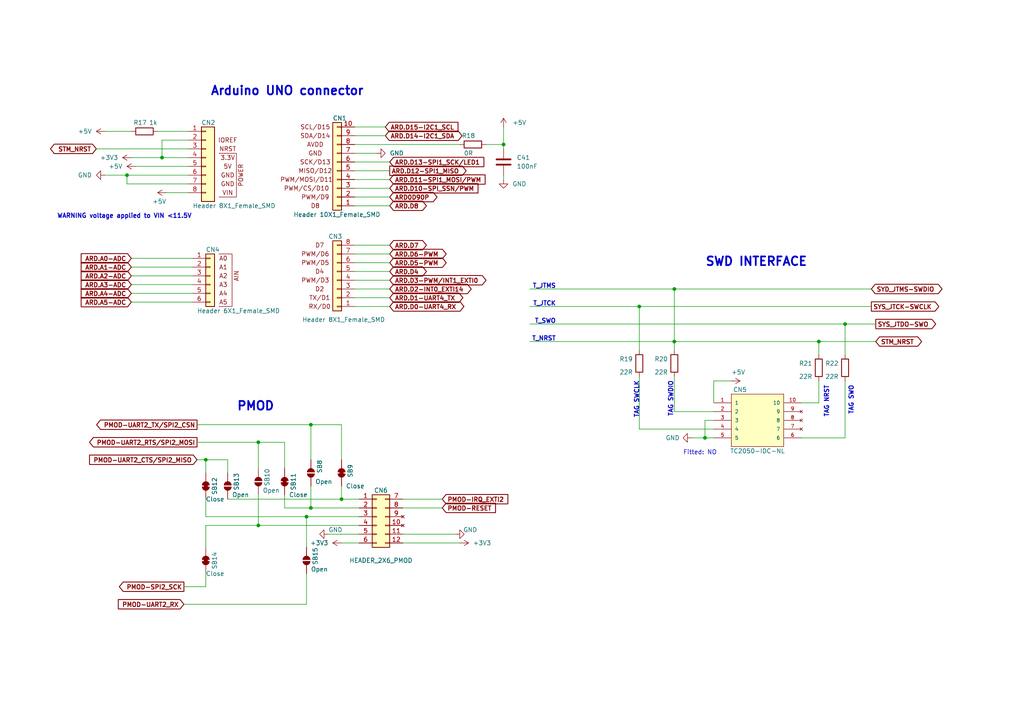
<source format=kicad_sch>
(kicad_sch (version 20211123) (generator eeschema)
  (paper "A4")
  (lib_symbols
    (symbol "+5V_1" (power) (pin_names (offset 0))
      (property "Value" "+5V_1" (at 0 3.556 0))
      (symbol "+5V_1_0_1"
        (polyline (pts (xy -0.762 1.27) (xy 0 2.54)))
        (polyline (pts (xy 0 0) (xy 0 2.54)))
        (polyline (pts (xy 0 2.54) (xy 0.762 1.27)))
      )
      (symbol "+5V_1_1_1"
        (pin power_in line (at 0 0 90) (length 0) hide (name "+5V") (number "1"))
      )
    )
    (symbol "+5V_2" (power) (pin_names (offset 0))
      (property "Value" "+5V_2" (at -3.81 0.0001 90))
      (symbol "+5V_2_0_1"
        (polyline (pts (xy -0.762 1.27) (xy 0 2.54)))
        (polyline (pts (xy 0 0) (xy 0 2.54)))
        (polyline (pts (xy 0 2.54) (xy 0.762 1.27)))
      )
      (symbol "+5V_2_1_1"
        (pin power_in line (at 0 0 90) (length 0) hide (name "+5V") (number "1"))
      )
    )
    (symbol "+5V_3" (power) (pin_names (offset 0))
      (property "Value" "+5V_3" (at 2.54 1.2701 0))
      (symbol "+5V_3_0_1"
        (polyline (pts (xy -0.762 1.27) (xy 0 2.54)))
        (polyline (pts (xy 0 0) (xy 0 2.54)))
        (polyline (pts (xy 0 2.54) (xy 0.762 1.27)))
      )
      (symbol "+5V_3_1_1"
        (pin power_in line (at 0 0 90) (length 0) hide (name "+5V") (number "1"))
      )
    )
    (symbol "+5V_4" (power) (pin_names (offset 0))
      (property "Value" "+5V_4" (at 3.81 0.0001 90))
      (symbol "+5V_4_0_1"
        (polyline (pts (xy -0.762 1.27) (xy 0 2.54)))
        (polyline (pts (xy 0 0) (xy 0 2.54)))
        (polyline (pts (xy 0 2.54) (xy 0.762 1.27)))
      )
      (symbol "+5V_4_1_1"
        (pin power_in line (at 0 0 90) (length 0) hide (name "+5V") (number "1"))
      )
    )
    (symbol "Conn_01x08_1" (pin_names (offset 1.016) hide)
      (property "Reference" "CN4" (at -2.54 10.16 0))
      (property "Value" "Header 8X1_Female_SMD" (at -6.35 -12.7 0))
      (symbol "Conn_01x08_1_0_0"
        (text "D2" (at -5.08 -5.08 0) (effects (font (size 1.27 1.27))))
        (text "D4" (at -5.08 0 0) (effects (font (size 1.27 1.27))))
        (text "D7" (at -5.08 7.62 0) (effects (font (size 1.27 1.27))))
        (text "PWM/D3" (at -6.35 -2.54 0) (effects (font (size 1.27 1.27))))
        (text "PWM/D5" (at -6.35 2.54 0) (effects (font (size 1.27 1.27))))
        (text "PWM/D6" (at -6.35 5.08 0) (effects (font (size 1.27 1.27))))
        (text "RX/D0" (at -5.08 -10.16 0) (effects (font (size 1.27 1.27))))
        (text "TX/D1" (at -5.08 -7.62 0) (effects (font (size 1.27 1.27))))
      )
      (symbol "Conn_01x08_1_1_1"
        (rectangle (start -1.27 8.89) (end 1.27 -11.43) (stroke (width 0.254)) (fill (type background)))
        (rectangle (start 0 -10.287) (end 1.27 -10.033) (stroke (width 0.1524)))
        (rectangle (start 0 -7.747) (end 1.27 -7.493) (stroke (width 0.1524)))
        (rectangle (start 0 -5.207) (end 1.27 -4.953) (stroke (width 0.1524)))
        (rectangle (start 0 -2.667) (end 1.27 -2.413) (stroke (width 0.1524)))
        (rectangle (start 0 -0.127) (end 1.27 0.127) (stroke (width 0.1524)))
        (rectangle (start 0 2.413) (end 1.27 2.667) (stroke (width 0.1524)))
        (rectangle (start 0 4.953) (end 1.27 5.207) (stroke (width 0.1524)))
        (rectangle (start 0 7.493) (end 1.27 7.747) (stroke (width 0.1524)))
        (pin output line (at 5.08 -10.16 180) (length 3.81) (name "Pin_1") (number "1"))
        (pin input line (at 5.08 -7.62 180) (length 3.81) (name "Pin_2") (number "2"))
        (pin bidirectional line (at 5.08 -5.08 180) (length 3.81) (name "Pin_3") (number "3"))
        (pin bidirectional line (at 5.08 -2.54 180) (length 3.81) (name "Pin_4") (number "4"))
        (pin bidirectional line (at 5.08 0 180) (length 3.81) (name "Pin_5") (number "5"))
        (pin bidirectional line (at 5.08 2.54 180) (length 3.81) (name "Pin_6") (number "6"))
        (pin bidirectional line (at 5.08 5.08 180) (length 3.81) (name "Pin_7") (number "7"))
        (pin bidirectional line (at 5.08 7.62 180) (length 3.81) (name "Pin_8") (number "8"))
      )
    )
    (symbol "Connector_Generic:Conn_01x06" (pin_names (offset 1.016) hide)
      (property "Reference" "CN4" (at -1.27 7.62 0))
      (property "Value" "Header 6X1_Female_SMD" (at -3.81 -10.16 0))
      (symbol "Conn_01x06_0_0"
        (polyline (pts (xy 2.54 6.35) (xy 6.35 6.35) (xy 6.35 -8.89) (xy 2.54 -8.89)))
        (text "A0" (at 3.81 5.08 0) (effects (font (size 1.27 1.27))))
        (text "A1" (at 3.81 2.54 0) (effects (font (size 1.27 1.27))))
        (text "A2" (at 3.81 0 0) (effects (font (size 1.27 1.27))))
        (text "A3" (at 3.81 -2.54 0) (effects (font (size 1.27 1.27))))
        (text "A4" (at 3.81 -5.08 0) (effects (font (size 1.27 1.27))))
        (text "A5" (at 3.81 -7.62 0) (effects (font (size 1.27 1.27))))
        (text "AIN" (at 7.62 0 900) (effects (font (size 1.27 1.27))))
      )
      (symbol "Conn_01x06_1_1"
        (rectangle (start -1.27 -7.493) (end 0 -7.747) (stroke (width 0.1524)))
        (rectangle (start -1.27 -4.953) (end 0 -5.207) (stroke (width 0.1524)))
        (rectangle (start -1.27 -2.413) (end 0 -2.667) (stroke (width 0.1524)))
        (rectangle (start -1.27 0.127) (end 0 -0.127) (stroke (width 0.1524)))
        (rectangle (start -1.27 2.667) (end 0 2.413) (stroke (width 0.1524)))
        (rectangle (start -1.27 5.207) (end 0 4.953) (stroke (width 0.1524)))
        (rectangle (start -1.27 6.35) (end 1.27 -8.89) (stroke (width 0.254)) (fill (type background)))
        (pin input line (at -5.08 5.08 0) (length 3.81) (name "Pin_1") (number "1"))
        (pin input line (at -5.08 2.54 0) (length 3.81) (name "Pin_2") (number "2"))
        (pin input line (at -5.08 0 0) (length 3.81) (name "Pin_3") (number "3"))
        (pin input line (at -5.08 -2.54 0) (length 3.81) (name "Pin_4") (number "4"))
        (pin input line (at -5.08 -5.08 0) (length 3.81) (name "Pin_5") (number "5"))
        (pin input line (at -5.08 -7.62 0) (length 3.81) (name "Pin_6") (number "6"))
      )
    )
    (symbol "Connector_Generic:Conn_01x08" (pin_names (offset 1.016) hide)
      (property "Reference" "CN1" (at -1.27 10.16 0))
      (property "Value" "Header 8X1_Female_SMD" (at -3.81 -13.97 0))
      (symbol "Conn_01x08_0_0"
        (polyline (pts (xy 3.81 1.27) (xy 8.89 1.27) (xy 8.89 -11.43) (xy 3.81 -11.43)))
        (text "3.3V" (at 6.35 0 0) (effects (font (size 1.27 1.27))))
        (text "5V" (at 6.35 -2.54 0) (effects (font (size 1.27 1.27))))
        (text "GND" (at 6.35 -7.62 0) (effects (font (size 1.27 1.27))))
        (text "GND" (at 6.35 -5.08 0) (effects (font (size 1.27 1.27))))
        (text "IOREF" (at 6.35 5.08 0) (effects (font (size 1.27 1.27))))
        (text "NRST" (at 6.35 2.54 0) (effects (font (size 1.27 1.27))))
        (text "POWER" (at 10.16 -5.08 900) (effects (font (size 1.27 1.27))))
        (text "VIN" (at 6.35 -10.16 0) (effects (font (size 1.27 1.27))))
      )
      (symbol "Conn_01x08_1_1"
        (rectangle (start -1.27 -10.033) (end 0 -10.287) (stroke (width 0.1524)))
        (rectangle (start -1.27 -7.493) (end 0 -7.747) (stroke (width 0.1524)))
        (rectangle (start -1.27 -4.953) (end 0 -5.207) (stroke (width 0.1524)))
        (rectangle (start -1.27 -2.413) (end 0 -2.667) (stroke (width 0.1524)))
        (rectangle (start -1.27 0.127) (end 0 -0.127) (stroke (width 0.1524)))
        (rectangle (start -1.27 2.667) (end 0 2.413) (stroke (width 0.1524)))
        (rectangle (start -1.27 5.207) (end 0 4.953) (stroke (width 0.1524)))
        (rectangle (start -1.27 7.747) (end 0 7.493) (stroke (width 0.1524)))
        (rectangle (start -1.27 8.89) (end 2.54 -12.7) (stroke (width 0.254)) (fill (type background)))
        (pin input line (at -5.08 7.62 0) (length 3.81) (name "Pin_1") (number "1"))
        (pin input line (at -5.08 5.08 0) (length 3.81) (name "IOREF") (number "2"))
        (pin bidirectional line (at -5.08 2.54 0) (length 3.81) (name "NRST") (number "3"))
        (pin input line (at -5.08 0 0) (length 3.81) (name "3V3") (number "4"))
        (pin input line (at -5.08 -2.54 0) (length 3.81) (name "Pin_5") (number "5"))
        (pin input line (at -5.08 -5.08 0) (length 3.81) (name "Pin_6") (number "6"))
        (pin input line (at -5.08 -7.62 0) (length 3.81) (name "GND") (number "7"))
        (pin input line (at -5.08 -10.16 0) (length 3.81) (name "VIN") (number "8"))
      )
    )
    (symbol "Connector_Generic:Conn_01x10" (pin_names (offset 1.016) hide)
      (property "Reference" "CN1" (at -1.27 12.7 0))
      (property "Value" "Header 10X1_Female_SMD" (at -3.81 -15.24 0))
      (symbol "Conn_01x10_0_0"
        (text "AVDD" (at -6.35 5.08 0) (effects (font (size 1.27 1.27))))
        (text "D8" (at -6.35 -12.7 0) (effects (font (size 1.27 1.27))))
        (text "GND" (at -6.35 2.54 0) (effects (font (size 1.27 1.27))))
        (text "MISO/D12" (at -6.35 -2.54 0) (effects (font (size 1.27 1.27))))
        (text "PWM/CS/D10" (at -8.89 -7.62 0) (effects (font (size 1.27 1.27))))
        (text "PWM/D9" (at -6.35 -10.16 0) (effects (font (size 1.27 1.27))))
        (text "PWM/MOSI/D11" (at -8.89 -5.08 0) (effects (font (size 1.27 1.27))))
        (text "SCK/D13" (at -6.35 0 0) (effects (font (size 1.27 1.27))))
        (text "SCL/D15" (at -6.35 10.16 0) (effects (font (size 1.27 1.27))))
        (text "SDA/D14" (at -6.35 7.62 0) (effects (font (size 1.27 1.27))))
      )
      (symbol "Conn_01x10_1_1"
        (rectangle (start -1.27 11.43) (end 1.27 -13.97) (stroke (width 0.254)) (fill (type background)))
        (rectangle (start 0 -12.827) (end 1.27 -12.573) (stroke (width 0.1524)))
        (rectangle (start 0 -10.287) (end 1.27 -10.033) (stroke (width 0.1524)))
        (rectangle (start 0 -7.747) (end 1.27 -7.493) (stroke (width 0.1524)))
        (rectangle (start 0 -5.207) (end 1.27 -4.953) (stroke (width 0.1524)))
        (rectangle (start 0 -2.667) (end 1.27 -2.413) (stroke (width 0.1524)))
        (rectangle (start 0 -0.127) (end 1.27 0.127) (stroke (width 0.1524)))
        (rectangle (start 0 2.413) (end 1.27 2.667) (stroke (width 0.1524)))
        (rectangle (start 0 4.953) (end 1.27 5.207) (stroke (width 0.1524)))
        (rectangle (start 0 7.493) (end 1.27 7.747) (stroke (width 0.1524)))
        (rectangle (start 0 10.033) (end 1.27 10.287) (stroke (width 0.1524)))
        (pin bidirectional line (at 5.08 -12.7 180) (length 3.81) (name "Pin_1") (number "1"))
        (pin input line (at 5.08 10.16 180) (length 3.81) (name "Pin_10") (number "10"))
        (pin bidirectional line (at 5.08 -10.16 180) (length 3.81) (name "Pin_2") (number "2"))
        (pin input line (at 5.08 -7.62 180) (length 3.81) (name "Pin_3") (number "3"))
        (pin input line (at 5.08 -5.08 180) (length 3.81) (name "Pin_4") (number "4"))
        (pin output line (at 5.08 -2.54 180) (length 3.81) (name "Pin_5") (number "5"))
        (pin input line (at 5.08 0 180) (length 3.81) (name "Pin_6") (number "6"))
        (pin input line (at 5.08 2.54 180) (length 3.81) (name "Pin_7") (number "7"))
        (pin input line (at 5.08 5.08 180) (length 3.81) (name "Pin_8") (number "8"))
        (pin bidirectional line (at 5.08 7.62 180) (length 3.81) (name "Pin_9") (number "9"))
      )
    )
    (symbol "Connector_Generic:Conn_02x06_Top_Bottom" (pin_names (offset 1.016) hide)
      (property "Reference" "CN10" (at 1.27 7.62 0))
      (property "Value" "HEADER_2X6_PMOD" (at 1.27 -12.7 0))
      (symbol "Conn_02x06_Top_Bottom_1_1"
        (rectangle (start -1.27 -7.493) (end 0 -7.747) (stroke (width 0.1524)))
        (rectangle (start -1.27 -4.953) (end 0 -5.207) (stroke (width 0.1524)))
        (rectangle (start -1.27 -2.413) (end 0 -2.667) (stroke (width 0.1524)))
        (rectangle (start -1.27 0.127) (end 0 -0.127) (stroke (width 0.1524)))
        (rectangle (start -1.27 2.667) (end 0 2.413) (stroke (width 0.1524)))
        (rectangle (start -1.27 5.207) (end 0 4.953) (stroke (width 0.1524)))
        (rectangle (start -1.27 6.35) (end 3.81 -8.89) (stroke (width 0.254)) (fill (type background)))
        (rectangle (start 3.81 -7.493) (end 2.54 -7.747) (stroke (width 0.1524)))
        (rectangle (start 3.81 -4.953) (end 2.54 -5.207) (stroke (width 0.1524)))
        (rectangle (start 3.81 -2.413) (end 2.54 -2.667) (stroke (width 0.1524)))
        (rectangle (start 3.81 0.127) (end 2.54 -0.127) (stroke (width 0.1524)))
        (rectangle (start 3.81 2.667) (end 2.54 2.413) (stroke (width 0.1524)))
        (rectangle (start 3.81 5.207) (end 2.54 4.953) (stroke (width 0.1524)))
        (pin passive line (at -5.08 5.08 0) (length 3.81) (name "Pin_1") (number "1"))
        (pin no_connect line (at 7.62 -2.54 180) (length 3.81) (name "Pin_10") (number "10"))
        (pin passive line (at 7.62 -5.08 180) (length 3.81) (name "Pin_11") (number "11"))
        (pin passive line (at 7.62 -7.62 180) (length 3.81) (name "Pin_12") (number "12"))
        (pin passive line (at -5.08 2.54 0) (length 3.81) (name "Pin_2") (number "2"))
        (pin passive line (at -5.08 0 0) (length 3.81) (name "Pin_3") (number "3"))
        (pin passive line (at -5.08 -2.54 0) (length 3.81) (name "Pin_4") (number "4"))
        (pin passive line (at -5.08 -5.08 0) (length 3.81) (name "Pin_5") (number "5"))
        (pin passive line (at -5.08 -7.62 0) (length 3.81) (name "Pin_6") (number "6"))
        (pin passive line (at 7.62 5.08 180) (length 3.81) (name "Pin_7") (number "7"))
        (pin passive line (at 7.62 2.54 180) (length 3.81) (name "Pin_8") (number "8"))
        (pin no_connect line (at 7.62 0 180) (length 3.81) (name "Pin_9") (number "9"))
      )
    )
    (symbol "Device:C" (pin_numbers hide) (pin_names (offset 0.254))
      (property "Reference" "C" (at 0.635 2.54 0))
      (property "Value" "C" (at 0.635 -2.54 0))
      (symbol "C_0_1"
        (polyline (pts (xy -2.032 -0.762) (xy 2.032 -0.762)) (stroke (width 0.508)))
        (polyline (pts (xy -2.032 0.762) (xy 2.032 0.762)) (stroke (width 0.508)))
      )
      (symbol "C_1_1"
        (pin passive line (at 0 3.81 270) (length 2.794) (name "~") (number "1"))
        (pin passive line (at 0 -3.81 90) (length 2.794) (name "~") (number "2"))
      )
    )
    (symbol "Device:R" (pin_numbers hide) (pin_names (offset 0))
      (property "Reference" "R" (at 2.032 0 90))
      (property "Value" "R" (at 0 0 90))
      (symbol "R_0_1"
        (rectangle (start -1.016 -2.54) (end 1.016 2.54) (stroke (width 0.254)))
      )
      (symbol "R_1_1"
        (pin passive line (at 0 3.81 270) (length 1.27) (name "~") (number "1"))
        (pin passive line (at 0 -3.81 90) (length 1.27) (name "~") (number "2"))
      )
    )
    (symbol "Jumper:SolderJumper_2_Bridged" (pin_names (offset 0) hide)
      (property "Reference" "SB18" (at 2.54 2.54 0))
      (property "Value" "Close" (at 0 -3.81 90))
      (symbol "SolderJumper_2_Bridged_0_1"
        (rectangle (start -0.508 0.508) (end 0.508 -0.508) (fill (type outline)))
        (arc (start -0.254 1.016) (mid -1.27 0) (end -0.254 -1.016))
        (arc (start -0.254 1.016) (mid -1.27 0) (end -0.254 -1.016) (fill (type outline)))
        (polyline (pts (xy -0.254 1.016) (xy -0.254 -1.016)))
        (polyline (pts (xy 0.254 1.016) (xy 0.254 -1.016)))
        (arc (start 0.254 -1.016) (mid 1.27 0) (end 0.254 1.016))
        (arc (start 0.254 -1.016) (mid 1.27 0) (end 0.254 1.016) (fill (type outline)))
      )
      (symbol "SolderJumper_2_Bridged_1_1"
        (pin passive line (at -3.81 0 0) (length 2.54) (name "A") (number ""))
        (pin passive line (at 3.81 0 180) (length 2.54) (name "B") (number ""))
      )
    )
    (symbol "SolderJumper_2_Open_1" (pin_names (offset 0) hide)
      (property "Reference" "SB19" (at 2.54 3.81 0))
      (property "Value" "SolderJumper_2_Open_1" (at 2.54 -2.54 90))
      (symbol "SolderJumper_2_Open_1_0_1"
        (arc (start -0.254 1.016) (mid -1.27 0) (end -0.254 -1.016))
        (arc (start -0.254 1.016) (mid -1.27 0) (end -0.254 -1.016) (fill (type outline)))
        (polyline (pts (xy -0.254 1.016) (xy -0.254 -1.016)))
        (polyline (pts (xy 0.254 1.016) (xy 0.254 -1.016)))
        (arc (start 0.254 -1.016) (mid 1.27 0) (end 0.254 1.016))
        (arc (start 0.254 -1.016) (mid 1.27 0) (end 0.254 1.016) (fill (type outline)))
      )
      (symbol "SolderJumper_2_Open_1_1_1"
        (pin passive line (at -3.81 0 0) (length 2.54) (name "A") (number ""))
        (pin passive line (at 3.81 0 180) (length 2.54) (name "B") (number ""))
      )
    )
    (symbol "SolderJumper_2_Open_2" (pin_names (offset 0) hide)
      (property "Reference" "SB16" (at 3.81 2.54 0))
      (property "Value" "SolderJumper_2_Open_2" (at 2.54 -3.81 90))
      (symbol "SolderJumper_2_Open_2_0_1"
        (arc (start -0.254 1.016) (mid -1.27 0) (end -0.254 -1.016))
        (arc (start -0.254 1.016) (mid -1.27 0) (end -0.254 -1.016) (fill (type outline)))
        (polyline (pts (xy -0.254 1.016) (xy -0.254 -1.016)))
        (polyline (pts (xy 0.254 1.016) (xy 0.254 -1.016)))
        (arc (start 0.254 -1.016) (mid 1.27 0) (end 0.254 1.016))
        (arc (start 0.254 -1.016) (mid 1.27 0) (end 0.254 1.016) (fill (type outline)))
      )
      (symbol "SolderJumper_2_Open_2_1_1"
        (pin passive line (at -3.81 0 0) (length 2.54) (name "A") (number ""))
        (pin passive line (at 3.81 0 180) (length 2.54) (name "B") (number ""))
      )
    )
    (symbol "TC2050-IDC-NL:TC2050-IDC-NL" (pin_names (offset 1.016))
      (property "Reference" "CN5" (at -5.08 8.89 0))
      (property "Value" "TC2050-IDC-NL" (at 0 -8.89 0))
      (symbol "TC2050-IDC-NL_0_0"
        (rectangle (start -7.62 -7.62) (end 7.62 7.62) (stroke (width 0.1524)) (fill (type background)))
        (pin passive line (at -12.7 5.08 0) (length 5.08) (name "1") (number "1"))
        (pin passive line (at 12.7 5.08 180) (length 5.08) (name "10") (number "10"))
        (pin passive line (at -12.7 2.54 0) (length 5.08) (name "2") (number "2"))
        (pin passive line (at -12.7 0 0) (length 5.08) (name "3") (number "3"))
        (pin passive line (at -12.7 -2.54 0) (length 5.08) (name "4") (number "4"))
        (pin passive line (at -12.7 -5.08 0) (length 5.08) (name "5") (number "5"))
        (pin input line (at 12.7 -5.08 180) (length 5.08) (name "6") (number "6"))
        (pin no_connect line (at 12.7 -2.54 180) (length 5.08) (name "7") (number "7"))
        (pin no_connect line (at 12.7 0 180) (length 5.08) (name "8") (number "8"))
        (pin no_connect line (at 12.7 2.54 180) (length 5.08) (name "9") (number "9"))
      )
    )
    (symbol "power:+3V3" (power) (pin_names (offset 0))
      (property "Value" "+3V3" (at 0 3.556 0))
      (symbol "+3V3_0_1"
        (polyline (pts (xy -0.762 1.27) (xy 0 2.54)))
        (polyline (pts (xy 0 0) (xy 0 2.54)))
        (polyline (pts (xy 0 2.54) (xy 0.762 1.27)))
      )
      (symbol "+3V3_1_1"
        (pin power_in line (at 0 0 90) (length 0) hide (name "+3V3") (number "1"))
      )
    )
    (symbol "power:+5V" (power) (pin_names (offset 0))
      (property "Value" "5V_ARD" (at -3.81 0.0001 90))
      (symbol "+5V_0_1"
        (polyline (pts (xy -0.762 1.27) (xy 0 2.54)))
        (polyline (pts (xy 0 0) (xy 0 2.54)))
        (polyline (pts (xy 0 2.54) (xy 0.762 1.27)))
      )
      (symbol "+5V_1_1"
        (pin power_in line (at 0 0 90) (length 0) hide (name "+5V") (number "1"))
      )
    )
    (symbol "power:GND" (power) (pin_names (offset 0))
      (property "Value" "GND" (at 0 -3.81 0))
      (symbol "GND_0_1"
        (polyline (pts (xy 0 0) (xy 0 -1.27) (xy 1.27 -1.27) (xy 0 -2.54) (xy -1.27 -1.27) (xy 0 -1.27)))
      )
      (symbol "GND_1_1"
        (pin power_in line (at 0 0 270) (length 0) hide (name "GND") (number "1"))
      )
    )
  )
  (junction (at 74.93 128.27))
  (junction (at 99.06 144.78))
  (junction (at 195.58 99.06))
  (junction (at 204.47 127))
  (junction (at 245.11 93.98))
  (junction (at 74.93 152.4))
  (junction (at 90.17 123.19))
  (junction (at 88.9 149.86))
  (junction (at 36.83 50.8))
  (junction (at 185.42 88.9))
  (junction (at 59.69 133.35))
  (junction (at 46.99 45.72))
  (junction (at 146.05 41.91))
  (junction (at 195.58 83.82))
  (junction (at 90.17 147.32))
  (junction (at 237.49 99.06))
  (wire (pts (xy 66.04 133.35) (xy 66.04 137.16)))
  (wire (pts (xy 195.58 119.38) (xy 207.01 119.38)))
  (wire (pts (xy 90.17 147.32) (xy 104.14 147.32)))
  (wire (pts (xy 237.49 99.06) (xy 237.49 102.87)))
  (wire (pts (xy 54.61 43.18) (xy 27.94 43.18)))
  (wire (pts (xy 102.87 41.91) (xy 133.35 41.91)))
  (wire (pts (xy 88.9 149.86) (xy 104.14 149.86)))
  (wire (pts (xy 99.06 133.35) (xy 99.06 123.19)))
  (wire (pts (xy 195.58 101.6) (xy 195.58 99.06)))
  (wire (pts (xy 153.67 83.82) (xy 195.58 83.82)))
  (wire (pts (xy 204.47 121.92) (xy 204.47 127)))
  (wire (pts (xy 102.87 39.37) (xy 111.76 39.37)))
  (wire (pts (xy 66.04 144.78) (xy 99.06 144.78)))
  (wire (pts (xy 102.87 86.36) (xy 113.03 86.36)))
  (wire (pts (xy 38.1 45.72) (xy 46.99 45.72)))
  (wire (pts (xy 195.58 109.22) (xy 195.58 119.38)))
  (wire (pts (xy 207.01 110.49) (xy 212.09 110.49)))
  (wire (pts (xy 200.66 127) (xy 204.47 127)))
  (wire (pts (xy 88.9 166.37) (xy 88.9 175.26)))
  (wire (pts (xy 59.69 133.35) (xy 66.04 133.35)))
  (wire (pts (xy 30.48 38.1) (xy 38.1 38.1)))
  (wire (pts (xy 195.58 83.82) (xy 195.58 99.06)))
  (wire (pts (xy 82.55 143.51) (xy 82.55 147.32)))
  (wire (pts (xy 153.67 88.9) (xy 185.42 88.9)))
  (wire (pts (xy 30.48 50.8) (xy 36.83 50.8)))
  (wire (pts (xy 36.83 50.8) (xy 54.61 50.8)))
  (wire (pts (xy 90.17 140.97) (xy 90.17 147.32)))
  (wire (pts (xy 38.1 77.47) (xy 55.88 77.47)))
  (wire (pts (xy 45.72 38.1) (xy 54.61 38.1)))
  (wire (pts (xy 146.05 41.91) (xy 146.05 43.18)))
  (wire (pts (xy 95.25 154.94) (xy 104.14 154.94)))
  (wire (pts (xy 153.67 93.98) (xy 245.11 93.98)))
  (wire (pts (xy 59.69 149.86) (xy 88.9 149.86)))
  (wire (pts (xy 57.15 133.35) (xy 59.69 133.35)))
  (wire (pts (xy 38.1 82.55) (xy 55.88 82.55)))
  (wire (pts (xy 102.87 76.2) (xy 113.03 76.2)))
  (wire (pts (xy 102.87 78.74) (xy 113.03 78.74)))
  (wire (pts (xy 116.84 154.94) (xy 132.08 154.94)))
  (wire (pts (xy 207.01 116.84) (xy 207.01 110.49)))
  (wire (pts (xy 48.26 55.88) (xy 54.61 55.88)))
  (wire (pts (xy 232.41 127) (xy 245.11 127)))
  (wire (pts (xy 102.87 81.28) (xy 113.03 81.28)))
  (wire (pts (xy 116.84 157.48) (xy 133.35 157.48)))
  (wire (pts (xy 57.15 128.27) (xy 74.93 128.27)))
  (wire (pts (xy 102.87 46.99) (xy 113.03 46.99)))
  (wire (pts (xy 90.17 123.19) (xy 99.06 123.19)))
  (wire (pts (xy 82.55 135.89) (xy 82.55 128.27)))
  (wire (pts (xy 102.87 44.45) (xy 109.22 44.45)))
  (wire (pts (xy 38.1 85.09) (xy 55.88 85.09)))
  (wire (pts (xy 38.1 74.93) (xy 55.88 74.93)))
  (wire (pts (xy 245.11 93.98) (xy 245.11 102.87)))
  (wire (pts (xy 74.93 152.4) (xy 104.14 152.4)))
  (wire (pts (xy 146.05 52.07) (xy 146.05 50.8)))
  (wire (pts (xy 245.11 110.49) (xy 245.11 127)))
  (wire (pts (xy 153.67 99.06) (xy 195.58 99.06)))
  (wire (pts (xy 102.87 73.66) (xy 113.03 73.66)))
  (wire (pts (xy 185.42 124.46) (xy 207.01 124.46)))
  (wire (pts (xy 46.99 45.72) (xy 54.61 45.72)))
  (wire (pts (xy 140.97 41.91) (xy 146.05 41.91)))
  (wire (pts (xy 39.37 48.26) (xy 54.61 48.26)))
  (wire (pts (xy 204.47 127) (xy 207.01 127)))
  (wire (pts (xy 116.84 144.78) (xy 128.27 144.78)))
  (wire (pts (xy 102.87 88.9) (xy 113.03 88.9)))
  (wire (pts (xy 59.69 144.78) (xy 59.69 149.86)))
  (wire (pts (xy 54.61 40.64) (xy 46.99 40.64)))
  (wire (pts (xy 99.06 157.48) (xy 104.14 157.48)))
  (wire (pts (xy 59.69 152.4) (xy 74.93 152.4)))
  (wire (pts (xy 237.49 110.49) (xy 237.49 116.84)))
  (wire (pts (xy 53.34 175.26) (xy 88.9 175.26)))
  (wire (pts (xy 102.87 83.82) (xy 113.03 83.82)))
  (wire (pts (xy 99.06 144.78) (xy 104.14 144.78)))
  (wire (pts (xy 195.58 83.82) (xy 252.73 83.82)))
  (wire (pts (xy 185.42 88.9) (xy 252.73 88.9)))
  (wire (pts (xy 54.61 53.34) (xy 36.83 53.34)))
  (wire (pts (xy 46.99 40.64) (xy 46.99 45.72)))
  (wire (pts (xy 102.87 36.83) (xy 111.76 36.83)))
  (wire (pts (xy 185.42 101.6) (xy 185.42 88.9)))
  (wire (pts (xy 36.83 50.8) (xy 36.83 53.34)))
  (wire (pts (xy 82.55 147.32) (xy 90.17 147.32)))
  (wire (pts (xy 102.87 71.12) (xy 113.03 71.12)))
  (wire (pts (xy 245.11 93.98) (xy 254 93.98)))
  (wire (pts (xy 88.9 149.86) (xy 88.9 158.75)))
  (wire (pts (xy 237.49 99.06) (xy 254 99.06)))
  (wire (pts (xy 38.1 87.63) (xy 55.88 87.63)))
  (wire (pts (xy 102.87 54.61) (xy 113.03 54.61)))
  (wire (pts (xy 102.87 57.15) (xy 113.03 57.15)))
  (wire (pts (xy 74.93 128.27) (xy 82.55 128.27)))
  (wire (pts (xy 59.69 158.75) (xy 59.69 152.4)))
  (wire (pts (xy 90.17 123.19) (xy 90.17 133.35)))
  (wire (pts (xy 102.87 52.07) (xy 113.03 52.07)))
  (wire (pts (xy 74.93 143.51) (xy 74.93 152.4)))
  (wire (pts (xy 207.01 121.92) (xy 204.47 121.92)))
  (wire (pts (xy 146.05 36.83) (xy 146.05 41.91)))
  (wire (pts (xy 59.69 166.37) (xy 59.69 170.18)))
  (wire (pts (xy 185.42 109.22) (xy 185.42 124.46)))
  (wire (pts (xy 38.1 80.01) (xy 55.88 80.01)))
  (wire (pts (xy 102.87 49.53) (xy 113.03 49.53)))
  (wire (pts (xy 57.15 123.19) (xy 90.17 123.19)))
  (wire (pts (xy 232.41 116.84) (xy 237.49 116.84)))
  (wire (pts (xy 99.06 140.97) (xy 99.06 144.78)))
  (wire (pts (xy 195.58 99.06) (xy 237.49 99.06)))
  (wire (pts (xy 102.87 59.69) (xy 113.03 59.69)))
  (wire (pts (xy 53.34 170.18) (xy 59.69 170.18)))
  (wire (pts (xy 74.93 128.27) (xy 74.93 135.89)))
  (wire (pts (xy 116.84 147.32) (xy 128.27 147.32)))
  (wire (pts (xy 59.69 133.35) (xy 59.69 137.16)))
  (text "WARNING voltage applied to VIN <11.5V" (at 16.51 63.5 0) (effects (font (size 1.27 1.27) bold) (justify left bottom)))
  (text "T_JTCK" (at 161.29 88.9 180) (effects (font (size 1.27 1.27) (thickness 0.254) bold) (justify right bottom)))
  (text "Arduino UNO connector" (at 60.96 27.94 0) (effects (font (size 2.5 2.5) (thickness 0.5) bold) (justify left bottom)))
  (text "TAG SWDIO\n\n\n" (at 199.39 110.49 270) (effects (font (size 1.27 1.27) (thickness 0.254) bold) (justify right bottom)))
  (text "T_JTMS\n" (at 161.29 83.82 180) (effects (font (size 1.27 1.27) (thickness 0.254) bold) (justify right bottom)))
  (text "TAG SWO\n" (at 247.65 111.76 270) (effects (font (size 1.27 1.27) (thickness 0.254) bold) (justify right bottom)))
  (text "TAG NRST\n\n" (at 242.57 111.76 270) (effects (font (size 1.27 1.27) (thickness 0.254) bold) (justify right bottom)))
  (text "PMOD\n" (at 68.58 119.38 0) (effects (font (size 2.5 2.5) (thickness 0.5) bold) (justify left bottom)))
  (text "SWD INTERFACE" (at 204.47 77.47 0) (effects (font (size 2.5 2.5) (thickness 0.5) bold) (justify left bottom)))
  (text "Fitted: NO" (at 198.12 132.08 0) (effects (font (size 1.27 1.27)) (justify left bottom)))
  (text "T_NRST\n" (at 161.29 99.06 180) (effects (font (size 1.27 1.27) (thickness 0.254) bold) (justify right bottom)))
  (text "T_SWO\n" (at 161.29 93.98 180) (effects (font (size 1.27 1.27) (thickness 0.254) bold) (justify right bottom)))
  (text "TAG SWCLK\n" (at 185.42 110.49 270) (effects (font (size 1.27 1.27) (thickness 0.254) bold) (justify right bottom)))
  (global_label "PMOD-UART2_CTS{slash}SPI2_MISO" (shape input) (at 57.15 133.35 180) (effects (font (thickness 0.254) bold)) (property "Intersheet References" "${INTERSHEET_REFS}" (effects hide)))
  (global_label "PMOD-UART2_RTS{slash}SPI2_MOSI" (shape output) (at 57.15 128.27 180) (effects (font (thickness 0.254) bold)) (property "Intersheet References" "${INTERSHEET_REFS}" (effects hide)))
  (global_label "PMOD-IRQ_EXTI2" (shape input) (at 128.27 144.78 0) (effects (font (thickness 0.254) bold)) (property "Intersheet References" "${INTERSHEET_REFS}" (effects hide)))
  (global_label "ARD.A5-ADC" (shape input) (at 38.1 87.63 180) (effects (font (thickness 0.254) bold)) (property "Intersheet References" "${INTERSHEET_REFS}" (effects hide)))
  (global_label "ARD.A4-ADC" (shape input) (at 38.1 85.09 180) (effects (font (thickness 0.254) bold)) (property "Intersheet References" "${INTERSHEET_REFS}" (effects hide)))
  (global_label "PMOD-RESET" (shape input) (at 128.27 147.32 0) (effects (font (thickness 0.254) bold)) (property "Intersheet References" "${INTERSHEET_REFS}" (effects hide)))
  (global_label "ARD.D11-SPI1_MOSI{slash}PWM" (shape input) (at 113.03 52.07 0) (effects (font (thickness 0.254) bold)) (property "Intersheet References" "${INTERSHEET_REFS}" (effects hide)))
  (global_label "PMOD-UART2_RX" (shape input) (at 53.34 175.26 180) (effects (font (thickness 0.254) bold)) (property "Intersheet References" "${INTERSHEET_REFS}" (effects hide)))
  (global_label "ARD.D13-SPI1_SCK{slash}LED1" (shape input) (at 113.03 46.99 0) (effects (font (thickness 0.254) bold)) (property "Intersheet References" "${INTERSHEET_REFS}" (effects hide)))
  (global_label "ARD.D5-PWM" (shape bidirectional) (at 113.03 76.2 0) (effects (font (thickness 0.254) bold)) (property "Intersheet References" "${INTERSHEET_REFS}" (effects hide)))
  (global_label "PMOD-SPI2_SCK" (shape output) (at 53.34 170.18 180) (effects (font (thickness 0.254) bold)) (property "Intersheet References" "${INTERSHEET_REFS}" (effects hide)))
  (global_label "ARD.A1-ADC" (shape input) (at 38.1 77.47 180) (effects (font (thickness 0.254) bold)) (property "Intersheet References" "${INTERSHEET_REFS}" (effects hide)))
  (global_label "ARD.A0-ADC" (shape input) (at 38.1 74.93 180) (effects (font (thickness 0.254) bold)) (property "Intersheet References" "${INTERSHEET_REFS}" (effects hide)))
  (global_label "ARD.D4" (shape bidirectional) (at 113.03 78.74 0) (effects (font (thickness 0.254) bold)) (property "Intersheet References" "${INTERSHEET_REFS}" (effects hide)))
  (global_label "SYS_JTCK-SWCLK" (shape output) (at 252.73 88.9 0) (effects (font (thickness 0.254) bold)) (property "Intersheet References" "${INTERSHEET_REFS}" (effects hide)))
  (global_label "ARD.A3-ADC" (shape input) (at 38.1 82.55 180) (effects (font (thickness 0.254) bold)) (property "Intersheet References" "${INTERSHEET_REFS}" (effects hide)))
  (global_label "STM_NRST" (shape bidirectional) (at 27.94 43.18 180) (effects (font (thickness 0.254) bold)) (property "Intersheet References" "${INTERSHEET_REFS}" (effects hide)))
  (global_label "ARD.D15-I2C1_SCL" (shape input) (at 111.76 36.83 0) (effects (font (thickness 0.254) bold)) (property "Intersheet References" "${INTERSHEET_REFS}" (effects hide)))
  (global_label "ARD0D90P" (shape bidirectional) (at 113.03 57.15 0) (effects (font (thickness 0.254) bold)) (property "Intersheet References" "${INTERSHEET_REFS}" (effects hide)))
  (global_label "ARD.D6-PWM" (shape bidirectional) (at 113.03 73.66 0) (effects (font (thickness 0.254) bold)) (property "Intersheet References" "${INTERSHEET_REFS}" (effects hide)))
  (global_label "ARD.D10-SPI_SSN{slash}PWM" (shape input) (at 113.03 54.61 0) (effects (font (thickness 0.254) bold)) (property "Intersheet References" "${INTERSHEET_REFS}" (effects hide)))
  (global_label "ARD.D14-I2C1_SDA" (shape bidirectional) (at 111.76 39.37 0) (effects (font (thickness 0.254) bold)) (property "Intersheet References" "${INTERSHEET_REFS}" (effects hide)))
  (global_label "PMOD-UART2_TX{slash}SPI2_CSN" (shape output) (at 57.15 123.19 180) (effects (font (thickness 0.254) bold)) (property "Intersheet References" "${INTERSHEET_REFS}" (effects hide)))
  (global_label "STM_NRST" (shape bidirectional) (at 254 99.06 0) (effects (font (thickness 0.254) bold)) (property "Intersheet References" "${INTERSHEET_REFS}" (effects hide)))
  (global_label "SYS_JTDO-SWO" (shape output) (at 254 93.98 0) (effects (font (thickness 0.254) bold)) (property "Intersheet References" "${INTERSHEET_REFS}" (effects hide)))
  (global_label "ARD.D8" (shape bidirectional) (at 113.03 59.69 0) (effects (font (thickness 0.254) bold)) (property "Intersheet References" "${INTERSHEET_REFS}" (effects hide)))
  (global_label "SYD_JTMS-SWDIO" (shape bidirectional) (at 252.73 83.82 0) (effects (font (thickness 0.254) bold)) (property "Intersheet References" "${INTERSHEET_REFS}" (effects hide)))
  (global_label "ARD.D1-UART4_TX" (shape bidirectional) (at 113.03 86.36 0) (effects (font (thickness 0.254) bold)) (property "Intersheet References" "${INTERSHEET_REFS}" (effects hide)))
  (global_label "ARD.D7" (shape bidirectional) (at 113.03 71.12 0) (effects (font (thickness 0.254) bold)) (property "Intersheet References" "${INTERSHEET_REFS}" (effects hide)))
  (global_label "ARD.A2-ADC" (shape input) (at 38.1 80.01 180) (effects (font (thickness 0.254) bold)) (property "Intersheet References" "${INTERSHEET_REFS}" (effects hide)))
  (global_label "ARD.D3-PWM{slash}INT1_EXTI0" (shape bidirectional) (at 113.03 81.28 0) (effects (font (thickness 0.254) bold)) (property "Intersheet References" "${INTERSHEET_REFS}" (effects hide)))
  (global_label "ARD.D0-UART4_RX" (shape bidirectional) (at 113.03 88.9 0) (effects (font (thickness 0.254) bold)) (property "Intersheet References" "${INTERSHEET_REFS}" (effects hide)))
  (global_label "ARD.D2-INT0_EXTI14" (shape bidirectional) (at 113.03 83.82 0) (effects (font (thickness 0.254) bold)) (property "Intersheet References" "${INTERSHEET_REFS}" (effects hide)))
  (global_label "ARD.D12-SPI1_MISO" (shape output) (at 113.03 49.53 0) (effects (font (thickness 0.254) bold)) (property "Intersheet References" "${INTERSHEET_REFS}" (effects hide)))
  (symbol (lib_id "Device:R") (at 185.42 105.41 180) (unit 1)
    (property "Reference" "R19" (at 181.61 104.14 0))
    (property "Value" "22R" (at 181.61 107.95 0))
    (property "Footprint" "Resistor_SMD:R_0402_1005Metric" (effects hide))
    (property "Datasheet" "https://www.snapeda.com/parts/ERA-2HEC7321P/Panasonic/datasheet/" (effects hide))
  )
  (symbol (lib_id "power:+3V3") (at 99.06 157.48 90) (unit 1)
    (property "Reference" "#PWR0103" (effects hide))
    (property "Value" "+3V3" (at 95.25 157.4799 90) (effects (justify left)))
  )
  (symbol (lib_id "power:GND") (at 132.08 154.94 90) (mirror x) (unit 1)
    (property "Reference" "#PWR0102" (effects hide))
    (property "Value" "GND" (at 138.43 153.67 90) (effects (justify left)))
  )
  (symbol (lib_name "SolderJumper_2_Open_2") (lib_id "Jumper:SolderJumper_2_Open") (at 90.17 137.16 90) (unit 1)
    (property "Reference" "SB8" (at 92.71 133.35 0) (effects (justify right)))
    (property "Value" "Open" (at 91.44 139.7 90) (effects (justify right)))
    (property "Footprint" "Jumper:SolderJumper-2_P1.3mm_Open_Pad1.0x1.5mm" (effects hide))
  )
  (symbol (lib_name "+5V_3") (lib_id "power:+5V") (at 146.05 36.83 0) (unit 1)
    (property "Reference" "#PWR091" (effects hide))
    (property "Value" "VDDA" (at 148.59 35.5599 0) (effects (justify left)))
  )
  (symbol (lib_id "Connector_Generic:Conn_02x06_Top_Bottom") (at 109.22 149.86 0) (unit 1)
    (property "Reference" "CN6" (at 110.49 142.24 0))
    (property "Value" "HEADER_2X6_PMOD" (at 110.49 162.56 0))
    (property "Footprint" "Connector_PinHeader_2.54mm:PinHeader_2x06_P2.54mm_Horizontal" (effects hide))
  )
  (symbol (lib_id "Device:R") (at 195.58 105.41 180) (unit 1)
    (property "Reference" "R20" (at 191.77 104.14 0))
    (property "Value" "22R" (at 191.77 107.95 0))
    (property "Footprint" "Resistor_SMD:R_0402_1005Metric" (effects hide))
    (property "Datasheet" "https://www.snapeda.com/parts/ERA-2HEC7321P/Panasonic/datasheet/" (effects hide))
  )
  (symbol (lib_id "Jumper:SolderJumper_2_Bridged") (at 59.69 140.97 90) (unit 1)
    (property "Reference" "SB12" (at 62.23 138.43 0) (effects (justify right)))
    (property "Value" "Close" (at 59.69 144.78 90) (effects (justify right)))
    (property "Footprint" "Jumper:SolderJumper-2_P1.3mm_Bridged2Bar_Pad1.0x1.5mm" (effects hide))
  )
  (symbol (lib_name "SolderJumper_2_Open_1") (lib_id "Jumper:SolderJumper_2_Open") (at 88.9 162.56 90) (unit 1)
    (property "Reference" "SB15" (at 91.44 158.75 0) (effects (justify right)))
    (property "Value" "Open" (at 90.17 165.1 90) (effects (justify right)))
    (property "Footprint" "Jumper:SolderJumper-2_P1.3mm_Open_Pad1.0x1.5mm" (effects hide))
  )
  (symbol (lib_id "Connector_Generic:Conn_01x06") (at 60.96 80.01 0) (unit 1)
    (property "Reference" "CN4" (at 59.69 72.39 0) (effects (justify left)))
    (property "Value" "Header 6X1_Female_SMD" (at 57.15 90.17 0) (effects (justify left)))
    (property "Footprint" "Connector_PinHeader_1.00mm:PinHeader_1x06_P1.00mm_Horizontal" (effects hide))
    (property "Datasheet" "https://www.snapeda.com/parts/F-V50XC-1X06R-LF/Morethanall/datasheet/" (effects hide))
  )
  (symbol (lib_id "Device:R") (at 137.16 41.91 270) (unit 1)
    (property "Reference" "R18" (at 135.89 39.37 90))
    (property "Value" "0R" (at 135.89 44.45 90))
    (property "Footprint" "Resistor_SMD:R_0402_1005Metric" (effects hide))
    (property "Datasheet" "https://www.snapeda.com/parts/ERA-2HEC7321P/Panasonic/datasheet/" (effects hide))
  )
  (symbol (lib_id "Device:C") (at 146.05 46.99 0) (unit 1)
    (property "Reference" "C41" (at 149.86 45.7199 0) (effects (justify left)))
    (property "Value" "100nF" (at 149.86 48.2599 0) (effects (justify left)))
    (property "Footprint" "Capacitor_SMD:C_0402_1005Metric" (effects hide))
    (property "Datasheet" "https://s3.amazonaws.com/snapeda/datasheet/C0402C222J3JACTU_KEMET.pdf" (effects hide))
  )
  (symbol (lib_name "+5V_4") (lib_id "power:+5V") (at 212.09 110.49 270) (unit 1)
    (property "Reference" "#PWR099" (effects hide))
    (property "Value" "3V3_ST_LINK" (at 212.09 107.95 90) (effects (justify left)))
  )
  (symbol (lib_id "power:GND") (at 95.25 154.94 270) (unit 1)
    (property "Reference" "#PWR0101" (effects hide))
    (property "Value" "GND" (at 95.25 153.67 90) (effects (justify left)))
  )
  (symbol (lib_id "power:+5V") (at 30.48 38.1 90) (unit 1)
    (property "Reference" "#PWR092" (effects hide))
    (property "Value" "5V_ARD" (at 26.67 38.1 90) (effects (justify left)))
  )
  (symbol (lib_name "SolderJumper_2_Open_1") (lib_id "Jumper:SolderJumper_2_Open") (at 66.04 140.97 90) (unit 1)
    (property "Reference" "SB13" (at 68.58 137.16 0) (effects (justify right)))
    (property "Value" "Open" (at 67.31 143.51 90) (effects (justify right)))
    (property "Footprint" "Jumper:SolderJumper-2_P1.3mm_Open_Pad1.0x1.5mm" (effects hide))
  )
  (symbol (lib_id "Jumper:SolderJumper_2_Bridged") (at 99.06 137.16 90) (unit 1)
    (property "Reference" "SB9" (at 101.6 134.62 0) (effects (justify right)))
    (property "Value" "Close" (at 100.33 140.97 90) (effects (justify right)))
    (property "Footprint" "Jumper:SolderJumper-2_P1.3mm_Bridged2Bar_Pad1.0x1.5mm" (effects hide))
  )
  (symbol (lib_id "Device:R") (at 41.91 38.1 270) (unit 1)
    (property "Reference" "R17" (at 40.64 35.56 90))
    (property "Value" "1k" (at 44.45 35.56 90))
    (property "Footprint" "Resistor_SMD:R_0402_1005Metric" (effects hide))
    (property "Datasheet" "https://www.snapeda.com/parts/ERA-2HEC7321P/Panasonic/datasheet/" (effects hide))
  )
  (symbol (lib_id "power:GND") (at 30.48 50.8 270) (unit 1)
    (property "Reference" "#PWR096" (effects hide))
    (property "Value" "GND" (at 26.67 50.7999 90) (effects (justify right)))
  )
  (symbol (lib_id "power:GND") (at 146.05 52.07 0) (unit 1)
    (property "Reference" "#PWR097" (effects hide))
    (property "Value" "GND" (at 148.59 53.3399 0) (effects (justify left)))
  )
  (symbol (lib_id "power:+3V3") (at 38.1 45.72 90) (unit 1)
    (property "Reference" "#PWR094" (effects hide))
    (property "Value" "+3V3" (at 34.29 45.7199 90) (effects (justify left)))
  )
  (symbol (lib_name "Conn_01x08_1") (lib_id "Connector_Generic:Conn_01x08") (at 97.79 78.74 0) (unit 1)
    (property "Reference" "CN3" (at 95.25 68.58 0) (effects (justify left)))
    (property "Value" "Header 8X1_Female_SMD" (at 87.63 92.71 0) (effects (justify left)))
    (property "Footprint" "Connector_PinHeader_1.00mm:PinHeader_1x08_P1.00mm_Horizontal" (effects hide))
    (property "Datasheet" "https://www.snapeda.com/parts/F-V50XC-1X08R-LF/Morethanall/datasheet/" (effects hide))
  )
  (symbol (lib_id "Device:R") (at 237.49 106.68 180) (unit 1)
    (property "Reference" "R21" (at 233.68 105.41 0))
    (property "Value" "22R" (at 233.68 109.22 0))
    (property "Footprint" "Resistor_SMD:R_0402_1005Metric" (effects hide))
    (property "Datasheet" "https://www.snapeda.com/parts/ERA-2HEC7321P/Panasonic/datasheet/" (effects hide))
  )
  (symbol (lib_id "Device:R") (at 245.11 106.68 180) (unit 1)
    (property "Reference" "R22" (at 241.3 105.41 0))
    (property "Value" "22R" (at 241.3 109.22 0))
    (property "Footprint" "Resistor_SMD:R_0402_1005Metric" (effects hide))
    (property "Datasheet" "https://www.snapeda.com/parts/ERA-2HEC7321P/Panasonic/datasheet/" (effects hide))
  )
  (symbol (lib_id "Connector_Generic:Conn_01x10") (at 97.79 46.99 0) (unit 1)
    (property "Reference" "CN1" (at 96.52 34.29 0) (effects (justify left)))
    (property "Value" "Header 10X1_Female_SMD" (at 85.09 62.23 0) (effects (justify left)))
    (property "Footprint" "Connector_PinHeader_1.00mm:PinHeader_1x10_P1.00mm_Horizontal" (effects hide))
    (property "Datasheet" "https://www.snapeda.com/parts/F-V50XC-1X10R-LF/Morethanall/datasheet/" (effects hide))
  )
  (symbol (lib_name "+5V_1") (lib_id "power:+5V") (at 39.37 48.26 90) (unit 1)
    (property "Reference" "#PWR095" (effects hide))
    (property "Value" "+5V" (at 35.56 48.2599 90) (effects (justify left)))
  )
  (symbol (lib_id "power:GND") (at 109.22 44.45 90) (unit 1)
    (property "Reference" "#PWR093" (effects hide))
    (property "Value" "GND" (at 113.03 44.4499 90) (effects (justify right)))
  )
  (symbol (lib_id "TC2050-IDC-NL:TC2050-IDC-NL") (at 219.71 121.92 0) (unit 1)
    (property "Reference" "CN5" (at 214.63 113.03 0))
    (property "Value" "TC2050-IDC-NL" (at 219.71 130.81 0))
    (property "Footprint" "TC2050-IDC-NL:TAG-CONNECT_TC2050-IDC-NL" (effects hide))
    (property "Datasheet" "https://www.snapeda.com/parts/TC2050-IDC-NL/Tag-Connect%20LLC/datasheet/" (effects hide))
    (property "STANDARD" "Manufacturer recommendations" (effects hide))
    (property "MANUFACTURER" "Tag-Connect" (effects hide))
    (property "PARTREV" "A" (effects hide))
  )
  (symbol (lib_id "Connector_Generic:Conn_01x08") (at 59.69 45.72 0) (unit 1)
    (property "Reference" "CN2" (at 58.42 35.56 0) (effects (justify left)))
    (property "Value" "Header 8X1_Female_SMD" (at 55.88 59.69 0) (effects (justify left)))
    (property "Footprint" "Connector_PinHeader_1.00mm:PinHeader_1x08_P1.00mm_Horizontal" (effects hide))
    (property "Datasheet" "https://www.snapeda.com/parts/F-V50XC-1X08R-LF/Morethanall/datasheet/" (effects hide))
  )
  (symbol (lib_id "power:GND") (at 200.66 127 270) (unit 1)
    (property "Reference" "#PWR0100" (effects hide))
    (property "Value" "GND" (at 193.04 127 90) (effects (justify left)))
  )
  (symbol (lib_id "Jumper:SolderJumper_2_Bridged") (at 59.69 162.56 90) (unit 1)
    (property "Reference" "SB14" (at 62.23 160.02 0) (effects (justify right)))
    (property "Value" "Close" (at 59.69 166.37 90) (effects (justify right)))
    (property "Footprint" "Jumper:SolderJumper-2_P1.3mm_Bridged2Bar_Pad1.0x1.5mm" (effects hide))
  )
  (symbol (lib_name "SolderJumper_2_Open_2") (lib_id "Jumper:SolderJumper_2_Open") (at 74.93 139.7 90) (unit 1)
    (property "Reference" "SB10" (at 77.47 135.89 0) (effects (justify right)))
    (property "Value" "Open" (at 76.2 142.24 90) (effects (justify right)))
    (property "Footprint" "Jumper:SolderJumper-2_P1.3mm_Open_Pad1.0x1.5mm" (effects hide))
  )
  (symbol (lib_id "power:+3V3") (at 133.35 157.48 270) (mirror x) (unit 1)
    (property "Reference" "#PWR0104" (effects hide))
    (property "Value" "+3V3" (at 137.16 157.4799 90) (effects (justify left)))
  )
  (symbol (lib_id "Jumper:SolderJumper_2_Bridged") (at 82.55 139.7 90) (unit 1)
    (property "Reference" "SB11" (at 85.09 137.16 0) (effects (justify right)))
    (property "Value" "Close" (at 83.82 143.51 90) (effects (justify right)))
    (property "Footprint" "Jumper:SolderJumper-2_P1.3mm_Bridged2Bar_Pad1.0x1.5mm" (effects hide))
  )
  (symbol (lib_name "+5V_2") (lib_id "power:+5V") (at 48.26 55.88 90) (unit 1)
    (property "Reference" "#PWR098" (effects hide))
    (property "Value" "VIN" (at 48.26 58.42 90) (effects (justify left)))
  )
)
</source>
